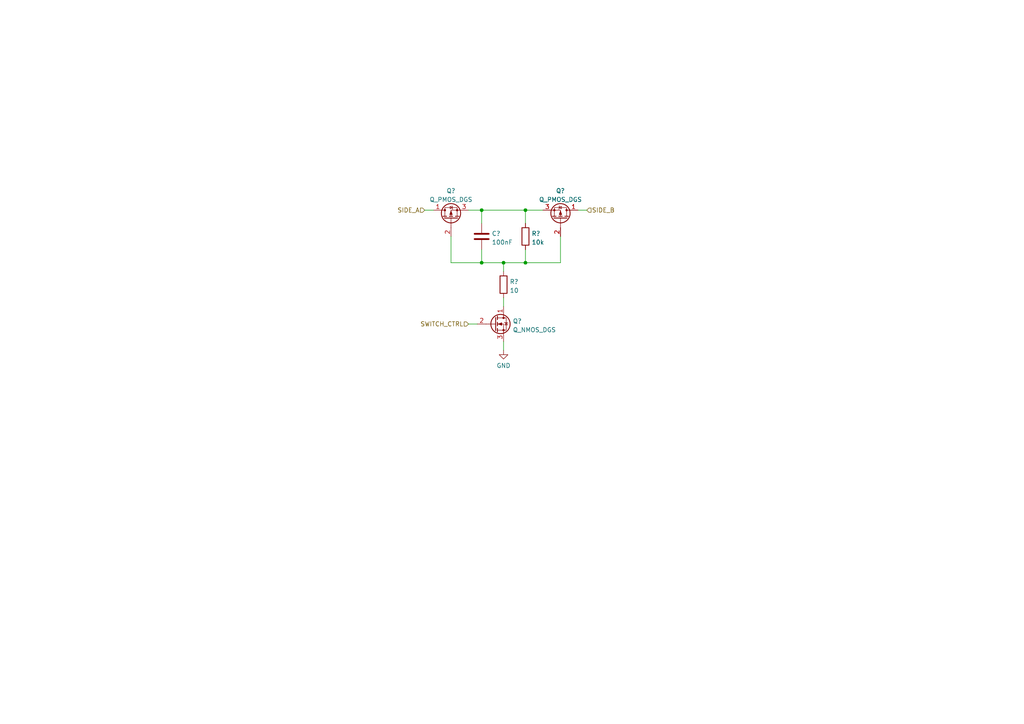
<source format=kicad_sch>
(kicad_sch (version 20211123) (generator eeschema)

  (uuid 2923d83c-3334-4b85-acfa-e9f2eb6f5eb5)

  (paper "A4")

  (lib_symbols
    (symbol "Device:C" (pin_numbers hide) (pin_names (offset 0.254)) (in_bom yes) (on_board yes)
      (property "Reference" "C" (id 0) (at 0.635 2.54 0)
        (effects (font (size 1.27 1.27)) (justify left))
      )
      (property "Value" "C" (id 1) (at 0.635 -2.54 0)
        (effects (font (size 1.27 1.27)) (justify left))
      )
      (property "Footprint" "" (id 2) (at 0.9652 -3.81 0)
        (effects (font (size 1.27 1.27)) hide)
      )
      (property "Datasheet" "~" (id 3) (at 0 0 0)
        (effects (font (size 1.27 1.27)) hide)
      )
      (property "ki_keywords" "cap capacitor" (id 4) (at 0 0 0)
        (effects (font (size 1.27 1.27)) hide)
      )
      (property "ki_description" "Unpolarized capacitor" (id 5) (at 0 0 0)
        (effects (font (size 1.27 1.27)) hide)
      )
      (property "ki_fp_filters" "C_*" (id 6) (at 0 0 0)
        (effects (font (size 1.27 1.27)) hide)
      )
      (symbol "C_0_1"
        (polyline
          (pts
            (xy -2.032 -0.762)
            (xy 2.032 -0.762)
          )
          (stroke (width 0.508) (type default) (color 0 0 0 0))
          (fill (type none))
        )
        (polyline
          (pts
            (xy -2.032 0.762)
            (xy 2.032 0.762)
          )
          (stroke (width 0.508) (type default) (color 0 0 0 0))
          (fill (type none))
        )
      )
      (symbol "C_1_1"
        (pin passive line (at 0 3.81 270) (length 2.794)
          (name "~" (effects (font (size 1.27 1.27))))
          (number "1" (effects (font (size 1.27 1.27))))
        )
        (pin passive line (at 0 -3.81 90) (length 2.794)
          (name "~" (effects (font (size 1.27 1.27))))
          (number "2" (effects (font (size 1.27 1.27))))
        )
      )
    )
    (symbol "Device:Q_NMOS_DGS" (pin_names (offset 0) hide) (in_bom yes) (on_board yes)
      (property "Reference" "Q" (id 0) (at 5.08 1.27 0)
        (effects (font (size 1.27 1.27)) (justify left))
      )
      (property "Value" "Q_NMOS_DGS" (id 1) (at 5.08 -1.27 0)
        (effects (font (size 1.27 1.27)) (justify left))
      )
      (property "Footprint" "" (id 2) (at 5.08 2.54 0)
        (effects (font (size 1.27 1.27)) hide)
      )
      (property "Datasheet" "~" (id 3) (at 0 0 0)
        (effects (font (size 1.27 1.27)) hide)
      )
      (property "ki_keywords" "transistor NMOS N-MOS N-MOSFET" (id 4) (at 0 0 0)
        (effects (font (size 1.27 1.27)) hide)
      )
      (property "ki_description" "N-MOSFET transistor, drain/gate/source" (id 5) (at 0 0 0)
        (effects (font (size 1.27 1.27)) hide)
      )
      (symbol "Q_NMOS_DGS_0_1"
        (polyline
          (pts
            (xy 0.254 0)
            (xy -2.54 0)
          )
          (stroke (width 0) (type default) (color 0 0 0 0))
          (fill (type none))
        )
        (polyline
          (pts
            (xy 0.254 1.905)
            (xy 0.254 -1.905)
          )
          (stroke (width 0.254) (type default) (color 0 0 0 0))
          (fill (type none))
        )
        (polyline
          (pts
            (xy 0.762 -1.27)
            (xy 0.762 -2.286)
          )
          (stroke (width 0.254) (type default) (color 0 0 0 0))
          (fill (type none))
        )
        (polyline
          (pts
            (xy 0.762 0.508)
            (xy 0.762 -0.508)
          )
          (stroke (width 0.254) (type default) (color 0 0 0 0))
          (fill (type none))
        )
        (polyline
          (pts
            (xy 0.762 2.286)
            (xy 0.762 1.27)
          )
          (stroke (width 0.254) (type default) (color 0 0 0 0))
          (fill (type none))
        )
        (polyline
          (pts
            (xy 2.54 2.54)
            (xy 2.54 1.778)
          )
          (stroke (width 0) (type default) (color 0 0 0 0))
          (fill (type none))
        )
        (polyline
          (pts
            (xy 2.54 -2.54)
            (xy 2.54 0)
            (xy 0.762 0)
          )
          (stroke (width 0) (type default) (color 0 0 0 0))
          (fill (type none))
        )
        (polyline
          (pts
            (xy 0.762 -1.778)
            (xy 3.302 -1.778)
            (xy 3.302 1.778)
            (xy 0.762 1.778)
          )
          (stroke (width 0) (type default) (color 0 0 0 0))
          (fill (type none))
        )
        (polyline
          (pts
            (xy 1.016 0)
            (xy 2.032 0.381)
            (xy 2.032 -0.381)
            (xy 1.016 0)
          )
          (stroke (width 0) (type default) (color 0 0 0 0))
          (fill (type outline))
        )
        (polyline
          (pts
            (xy 2.794 0.508)
            (xy 2.921 0.381)
            (xy 3.683 0.381)
            (xy 3.81 0.254)
          )
          (stroke (width 0) (type default) (color 0 0 0 0))
          (fill (type none))
        )
        (polyline
          (pts
            (xy 3.302 0.381)
            (xy 2.921 -0.254)
            (xy 3.683 -0.254)
            (xy 3.302 0.381)
          )
          (stroke (width 0) (type default) (color 0 0 0 0))
          (fill (type none))
        )
        (circle (center 1.651 0) (radius 2.794)
          (stroke (width 0.254) (type default) (color 0 0 0 0))
          (fill (type none))
        )
        (circle (center 2.54 -1.778) (radius 0.254)
          (stroke (width 0) (type default) (color 0 0 0 0))
          (fill (type outline))
        )
        (circle (center 2.54 1.778) (radius 0.254)
          (stroke (width 0) (type default) (color 0 0 0 0))
          (fill (type outline))
        )
      )
      (symbol "Q_NMOS_DGS_1_1"
        (pin passive line (at 2.54 5.08 270) (length 2.54)
          (name "D" (effects (font (size 1.27 1.27))))
          (number "1" (effects (font (size 1.27 1.27))))
        )
        (pin input line (at -5.08 0 0) (length 2.54)
          (name "G" (effects (font (size 1.27 1.27))))
          (number "2" (effects (font (size 1.27 1.27))))
        )
        (pin passive line (at 2.54 -5.08 90) (length 2.54)
          (name "S" (effects (font (size 1.27 1.27))))
          (number "3" (effects (font (size 1.27 1.27))))
        )
      )
    )
    (symbol "Device:Q_PMOS_DGS" (pin_names (offset 0) hide) (in_bom yes) (on_board yes)
      (property "Reference" "Q" (id 0) (at 5.08 1.27 0)
        (effects (font (size 1.27 1.27)) (justify left))
      )
      (property "Value" "Q_PMOS_DGS" (id 1) (at 5.08 -1.27 0)
        (effects (font (size 1.27 1.27)) (justify left))
      )
      (property "Footprint" "" (id 2) (at 5.08 2.54 0)
        (effects (font (size 1.27 1.27)) hide)
      )
      (property "Datasheet" "~" (id 3) (at 0 0 0)
        (effects (font (size 1.27 1.27)) hide)
      )
      (property "ki_keywords" "transistor PMOS P-MOS P-MOSFET" (id 4) (at 0 0 0)
        (effects (font (size 1.27 1.27)) hide)
      )
      (property "ki_description" "P-MOSFET transistor, drain/gate/source" (id 5) (at 0 0 0)
        (effects (font (size 1.27 1.27)) hide)
      )
      (symbol "Q_PMOS_DGS_0_1"
        (polyline
          (pts
            (xy 0.254 0)
            (xy -2.54 0)
          )
          (stroke (width 0) (type default) (color 0 0 0 0))
          (fill (type none))
        )
        (polyline
          (pts
            (xy 0.254 1.905)
            (xy 0.254 -1.905)
          )
          (stroke (width 0.254) (type default) (color 0 0 0 0))
          (fill (type none))
        )
        (polyline
          (pts
            (xy 0.762 -1.27)
            (xy 0.762 -2.286)
          )
          (stroke (width 0.254) (type default) (color 0 0 0 0))
          (fill (type none))
        )
        (polyline
          (pts
            (xy 0.762 0.508)
            (xy 0.762 -0.508)
          )
          (stroke (width 0.254) (type default) (color 0 0 0 0))
          (fill (type none))
        )
        (polyline
          (pts
            (xy 0.762 2.286)
            (xy 0.762 1.27)
          )
          (stroke (width 0.254) (type default) (color 0 0 0 0))
          (fill (type none))
        )
        (polyline
          (pts
            (xy 2.54 2.54)
            (xy 2.54 1.778)
          )
          (stroke (width 0) (type default) (color 0 0 0 0))
          (fill (type none))
        )
        (polyline
          (pts
            (xy 2.54 -2.54)
            (xy 2.54 0)
            (xy 0.762 0)
          )
          (stroke (width 0) (type default) (color 0 0 0 0))
          (fill (type none))
        )
        (polyline
          (pts
            (xy 0.762 1.778)
            (xy 3.302 1.778)
            (xy 3.302 -1.778)
            (xy 0.762 -1.778)
          )
          (stroke (width 0) (type default) (color 0 0 0 0))
          (fill (type none))
        )
        (polyline
          (pts
            (xy 2.286 0)
            (xy 1.27 0.381)
            (xy 1.27 -0.381)
            (xy 2.286 0)
          )
          (stroke (width 0) (type default) (color 0 0 0 0))
          (fill (type outline))
        )
        (polyline
          (pts
            (xy 2.794 -0.508)
            (xy 2.921 -0.381)
            (xy 3.683 -0.381)
            (xy 3.81 -0.254)
          )
          (stroke (width 0) (type default) (color 0 0 0 0))
          (fill (type none))
        )
        (polyline
          (pts
            (xy 3.302 -0.381)
            (xy 2.921 0.254)
            (xy 3.683 0.254)
            (xy 3.302 -0.381)
          )
          (stroke (width 0) (type default) (color 0 0 0 0))
          (fill (type none))
        )
        (circle (center 1.651 0) (radius 2.794)
          (stroke (width 0.254) (type default) (color 0 0 0 0))
          (fill (type none))
        )
        (circle (center 2.54 -1.778) (radius 0.254)
          (stroke (width 0) (type default) (color 0 0 0 0))
          (fill (type outline))
        )
        (circle (center 2.54 1.778) (radius 0.254)
          (stroke (width 0) (type default) (color 0 0 0 0))
          (fill (type outline))
        )
      )
      (symbol "Q_PMOS_DGS_1_1"
        (pin passive line (at 2.54 5.08 270) (length 2.54)
          (name "D" (effects (font (size 1.27 1.27))))
          (number "1" (effects (font (size 1.27 1.27))))
        )
        (pin input line (at -5.08 0 0) (length 2.54)
          (name "G" (effects (font (size 1.27 1.27))))
          (number "2" (effects (font (size 1.27 1.27))))
        )
        (pin passive line (at 2.54 -5.08 90) (length 2.54)
          (name "S" (effects (font (size 1.27 1.27))))
          (number "3" (effects (font (size 1.27 1.27))))
        )
      )
    )
    (symbol "Device:R" (pin_numbers hide) (pin_names (offset 0)) (in_bom yes) (on_board yes)
      (property "Reference" "R" (id 0) (at 2.032 0 90)
        (effects (font (size 1.27 1.27)))
      )
      (property "Value" "R" (id 1) (at 0 0 90)
        (effects (font (size 1.27 1.27)))
      )
      (property "Footprint" "" (id 2) (at -1.778 0 90)
        (effects (font (size 1.27 1.27)) hide)
      )
      (property "Datasheet" "~" (id 3) (at 0 0 0)
        (effects (font (size 1.27 1.27)) hide)
      )
      (property "ki_keywords" "R res resistor" (id 4) (at 0 0 0)
        (effects (font (size 1.27 1.27)) hide)
      )
      (property "ki_description" "Resistor" (id 5) (at 0 0 0)
        (effects (font (size 1.27 1.27)) hide)
      )
      (property "ki_fp_filters" "R_*" (id 6) (at 0 0 0)
        (effects (font (size 1.27 1.27)) hide)
      )
      (symbol "R_0_1"
        (rectangle (start -1.016 -2.54) (end 1.016 2.54)
          (stroke (width 0.254) (type default) (color 0 0 0 0))
          (fill (type none))
        )
      )
      (symbol "R_1_1"
        (pin passive line (at 0 3.81 270) (length 1.27)
          (name "~" (effects (font (size 1.27 1.27))))
          (number "1" (effects (font (size 1.27 1.27))))
        )
        (pin passive line (at 0 -3.81 90) (length 1.27)
          (name "~" (effects (font (size 1.27 1.27))))
          (number "2" (effects (font (size 1.27 1.27))))
        )
      )
    )
    (symbol "power:GND" (power) (pin_names (offset 0)) (in_bom yes) (on_board yes)
      (property "Reference" "#PWR" (id 0) (at 0 -6.35 0)
        (effects (font (size 1.27 1.27)) hide)
      )
      (property "Value" "GND" (id 1) (at 0 -3.81 0)
        (effects (font (size 1.27 1.27)))
      )
      (property "Footprint" "" (id 2) (at 0 0 0)
        (effects (font (size 1.27 1.27)) hide)
      )
      (property "Datasheet" "" (id 3) (at 0 0 0)
        (effects (font (size 1.27 1.27)) hide)
      )
      (property "ki_keywords" "power-flag" (id 4) (at 0 0 0)
        (effects (font (size 1.27 1.27)) hide)
      )
      (property "ki_description" "Power symbol creates a global label with name \"GND\" , ground" (id 5) (at 0 0 0)
        (effects (font (size 1.27 1.27)) hide)
      )
      (symbol "GND_0_1"
        (polyline
          (pts
            (xy 0 0)
            (xy 0 -1.27)
            (xy 1.27 -1.27)
            (xy 0 -2.54)
            (xy -1.27 -1.27)
            (xy 0 -1.27)
          )
          (stroke (width 0) (type default) (color 0 0 0 0))
          (fill (type none))
        )
      )
      (symbol "GND_1_1"
        (pin power_in line (at 0 0 270) (length 0) hide
          (name "GND" (effects (font (size 1.27 1.27))))
          (number "1" (effects (font (size 1.27 1.27))))
        )
      )
    )
  )

  (junction (at 146.05 76.2) (diameter 0) (color 0 0 0 0)
    (uuid 1241874b-c465-4321-bdfa-c8d4ee84b2a0)
  )
  (junction (at 139.7 60.96) (diameter 0) (color 0 0 0 0)
    (uuid 169e3cbe-60cd-4bb4-ba50-905db7f4c05a)
  )
  (junction (at 139.7 76.2) (diameter 0) (color 0 0 0 0)
    (uuid 30cc1bc8-edfc-411b-a620-55f3e52d1442)
  )
  (junction (at 152.4 60.96) (diameter 0) (color 0 0 0 0)
    (uuid 850a69bf-4897-48b7-9b9a-bf8d97e8837f)
  )
  (junction (at 152.4 76.2) (diameter 0) (color 0 0 0 0)
    (uuid e84655df-1cd8-49d4-9707-f733d35bb7f2)
  )

  (wire (pts (xy 146.05 76.2) (xy 152.4 76.2))
    (stroke (width 0) (type default) (color 0 0 0 0))
    (uuid 2cdacc8a-6ef1-40e9-a2af-68b75171901f)
  )
  (wire (pts (xy 139.7 76.2) (xy 146.05 76.2))
    (stroke (width 0) (type default) (color 0 0 0 0))
    (uuid 3cb85038-2874-4403-ac0d-f86d5102f754)
  )
  (wire (pts (xy 139.7 60.96) (xy 152.4 60.96))
    (stroke (width 0) (type default) (color 0 0 0 0))
    (uuid 4401844c-d56a-4683-9c80-22e37ab1bfcc)
  )
  (wire (pts (xy 152.4 72.39) (xy 152.4 76.2))
    (stroke (width 0) (type default) (color 0 0 0 0))
    (uuid 45cff702-858f-4958-bbb7-801917e8fe4b)
  )
  (wire (pts (xy 152.4 60.96) (xy 152.4 64.77))
    (stroke (width 0) (type default) (color 0 0 0 0))
    (uuid 4b5c7ac3-16d7-4416-8e1b-c06ef9cd09b5)
  )
  (wire (pts (xy 139.7 72.39) (xy 139.7 76.2))
    (stroke (width 0) (type default) (color 0 0 0 0))
    (uuid 4dcf95d2-8f09-4bdb-8a06-5c371d680091)
  )
  (wire (pts (xy 139.7 60.96) (xy 139.7 64.77))
    (stroke (width 0) (type default) (color 0 0 0 0))
    (uuid 61d13cee-4f2e-474a-83cd-b170ceb0626e)
  )
  (wire (pts (xy 152.4 60.96) (xy 157.48 60.96))
    (stroke (width 0) (type default) (color 0 0 0 0))
    (uuid 64811abf-516c-4f50-8601-bf447456fb6b)
  )
  (wire (pts (xy 167.64 60.96) (xy 170.18 60.96))
    (stroke (width 0) (type default) (color 0 0 0 0))
    (uuid 9188613b-bcee-4567-86b3-54239564683f)
  )
  (wire (pts (xy 162.56 76.2) (xy 162.56 68.58))
    (stroke (width 0) (type default) (color 0 0 0 0))
    (uuid b4182176-94b4-4042-a047-ced8894735c1)
  )
  (wire (pts (xy 135.89 93.98) (xy 138.43 93.98))
    (stroke (width 0) (type default) (color 0 0 0 0))
    (uuid b8fb458b-9f85-41df-8069-824867e9aaf4)
  )
  (wire (pts (xy 146.05 76.2) (xy 146.05 78.74))
    (stroke (width 0) (type default) (color 0 0 0 0))
    (uuid bd8003e6-c91f-4f72-ab12-e3e09c5d62e1)
  )
  (wire (pts (xy 130.81 76.2) (xy 139.7 76.2))
    (stroke (width 0) (type default) (color 0 0 0 0))
    (uuid be72c358-d1dc-4ba1-9e65-85305850a94e)
  )
  (wire (pts (xy 135.89 60.96) (xy 139.7 60.96))
    (stroke (width 0) (type default) (color 0 0 0 0))
    (uuid c61d62ac-d3de-400f-ad05-740a0d1b1106)
  )
  (wire (pts (xy 123.19 60.96) (xy 125.73 60.96))
    (stroke (width 0) (type default) (color 0 0 0 0))
    (uuid ca2b7634-44fe-4293-9136-fe0880fc6dd4)
  )
  (wire (pts (xy 146.05 86.36) (xy 146.05 88.9))
    (stroke (width 0) (type default) (color 0 0 0 0))
    (uuid da68f147-9db1-4d65-b2ec-d81f3cc2e90c)
  )
  (wire (pts (xy 146.05 99.06) (xy 146.05 101.6))
    (stroke (width 0) (type default) (color 0 0 0 0))
    (uuid eda1404a-25f3-42d4-b3de-9cb5b2a0a6f3)
  )
  (wire (pts (xy 130.81 68.58) (xy 130.81 76.2))
    (stroke (width 0) (type default) (color 0 0 0 0))
    (uuid f23846e4-2eec-4ea1-b180-1e6aeaf1a3f8)
  )
  (wire (pts (xy 152.4 76.2) (xy 162.56 76.2))
    (stroke (width 0) (type default) (color 0 0 0 0))
    (uuid f2400802-90eb-4862-867f-6d34263b84b8)
  )

  (hierarchical_label "SIDE_B" (shape input) (at 170.18 60.96 0)
    (effects (font (size 1.27 1.27)) (justify left))
    (uuid 40e096ce-9d6e-482d-b8c4-3ca126a99030)
  )
  (hierarchical_label "SIDE_A" (shape input) (at 123.19 60.96 180)
    (effects (font (size 1.27 1.27)) (justify right))
    (uuid c24e0aa9-d6d7-4c7e-adfb-667fe7a9075d)
  )
  (hierarchical_label "SWITCH_CTRL" (shape input) (at 135.89 93.98 180)
    (effects (font (size 1.27 1.27)) (justify right))
    (uuid dd5435e5-438e-4215-a523-52fd36361525)
  )

  (symbol (lib_id "power:GND") (at 146.05 101.6 0) (unit 1)
    (in_bom yes) (on_board yes) (fields_autoplaced)
    (uuid 4fc5d252-6a30-4191-806e-08bb920b49e9)
    (property "Reference" "#PWR?" (id 0) (at 146.05 107.95 0)
      (effects (font (size 1.27 1.27)) hide)
    )
    (property "Value" "GND" (id 1) (at 146.05 106.0434 0))
    (property "Footprint" "" (id 2) (at 146.05 101.6 0)
      (effects (font (size 1.27 1.27)) hide)
    )
    (property "Datasheet" "" (id 3) (at 146.05 101.6 0)
      (effects (font (size 1.27 1.27)) hide)
    )
    (pin "1" (uuid 4ac34b20-56b8-4ff6-8cb3-404d01e2c48a))
  )

  (symbol (lib_id "Device:Q_PMOS_DGS") (at 130.81 63.5 90) (unit 1)
    (in_bom yes) (on_board yes) (fields_autoplaced)
    (uuid 8470e88a-4561-440d-a9ed-06e09e74cee0)
    (property "Reference" "Q?" (id 0) (at 130.81 55.3552 90))
    (property "Value" "Q_PMOS_DGS" (id 1) (at 130.81 57.8921 90))
    (property "Footprint" "" (id 2) (at 128.27 58.42 0)
      (effects (font (size 1.27 1.27)) hide)
    )
    (property "Datasheet" "~" (id 3) (at 130.81 63.5 0)
      (effects (font (size 1.27 1.27)) hide)
    )
    (pin "1" (uuid b71ddef6-c4f1-4638-88a2-70b8198ce713))
    (pin "2" (uuid 6c1254ea-bcca-4e9f-8154-57ba0c018bda))
    (pin "3" (uuid 228e687f-46bf-4c71-b216-27a36bf502b3))
  )

  (symbol (lib_id "Device:R") (at 152.4 68.58 0) (unit 1)
    (in_bom yes) (on_board yes) (fields_autoplaced)
    (uuid 8a80f9a6-35b6-4540-86c7-f39b39959daa)
    (property "Reference" "R?" (id 0) (at 154.178 67.7453 0)
      (effects (font (size 1.27 1.27)) (justify left))
    )
    (property "Value" "10k" (id 1) (at 154.178 70.2822 0)
      (effects (font (size 1.27 1.27)) (justify left))
    )
    (property "Footprint" "" (id 2) (at 150.622 68.58 90)
      (effects (font (size 1.27 1.27)) hide)
    )
    (property "Datasheet" "~" (id 3) (at 152.4 68.58 0)
      (effects (font (size 1.27 1.27)) hide)
    )
    (pin "1" (uuid 3954301a-53c0-4509-a36a-1f3f611bbf6a))
    (pin "2" (uuid 0a0dfa65-606a-484f-b34f-8ccf8ace6459))
  )

  (symbol (lib_id "Device:Q_PMOS_DGS") (at 162.56 63.5 270) (mirror x) (unit 1)
    (in_bom yes) (on_board yes) (fields_autoplaced)
    (uuid 91eb9ba5-74ad-4ad5-b139-23d963b97aa2)
    (property "Reference" "Q?" (id 0) (at 162.56 55.3552 90))
    (property "Value" "Q_PMOS_DGS" (id 1) (at 162.56 57.8921 90))
    (property "Footprint" "" (id 2) (at 165.1 58.42 0)
      (effects (font (size 1.27 1.27)) hide)
    )
    (property "Datasheet" "~" (id 3) (at 162.56 63.5 0)
      (effects (font (size 1.27 1.27)) hide)
    )
    (pin "1" (uuid 2fe59ba4-8573-4390-bd74-2727dc8075b1))
    (pin "2" (uuid 305a9b1d-826b-4142-ac53-265056c843d8))
    (pin "3" (uuid 7560ca55-8592-4f13-96cb-00ba8617a346))
  )

  (symbol (lib_id "Device:C") (at 139.7 68.58 0) (unit 1)
    (in_bom yes) (on_board yes)
    (uuid 9e4fb448-6006-469d-b6fe-9e739a8f0701)
    (property "Reference" "C?" (id 0) (at 142.621 67.7453 0)
      (effects (font (size 1.27 1.27)) (justify left))
    )
    (property "Value" "100nF" (id 1) (at 142.621 70.2822 0)
      (effects (font (size 1.27 1.27)) (justify left))
    )
    (property "Footprint" "" (id 2) (at 140.6652 72.39 0)
      (effects (font (size 1.27 1.27)) hide)
    )
    (property "Datasheet" "~" (id 3) (at 139.7 68.58 0)
      (effects (font (size 1.27 1.27)) hide)
    )
    (pin "1" (uuid b263682f-9c95-49bf-8c4b-ae4a459d7944))
    (pin "2" (uuid 535aa6a0-6118-476a-aad7-7b104a0cfc98))
  )

  (symbol (lib_id "Device:Q_NMOS_DGS") (at 143.51 93.98 0) (unit 1)
    (in_bom yes) (on_board yes) (fields_autoplaced)
    (uuid a0f890c5-ed4d-443c-983c-599ef132422c)
    (property "Reference" "Q?" (id 0) (at 148.717 93.1453 0)
      (effects (font (size 1.27 1.27)) (justify left))
    )
    (property "Value" "Q_NMOS_DGS" (id 1) (at 148.717 95.6822 0)
      (effects (font (size 1.27 1.27)) (justify left))
    )
    (property "Footprint" "" (id 2) (at 148.59 91.44 0)
      (effects (font (size 1.27 1.27)) hide)
    )
    (property "Datasheet" "~" (id 3) (at 143.51 93.98 0)
      (effects (font (size 1.27 1.27)) hide)
    )
    (pin "1" (uuid de37a591-a3ea-4a91-8c5c-ceac7f89eb66))
    (pin "2" (uuid 0d723a18-8ec1-476d-a9f4-b5ff84b08996))
    (pin "3" (uuid f89876df-4c13-4c34-abeb-8043dd893b0b))
  )

  (symbol (lib_id "Device:R") (at 146.05 82.55 0) (unit 1)
    (in_bom yes) (on_board yes) (fields_autoplaced)
    (uuid f2a33390-9fc2-43cd-9608-f4554c6c6533)
    (property "Reference" "R?" (id 0) (at 147.828 81.7153 0)
      (effects (font (size 1.27 1.27)) (justify left))
    )
    (property "Value" "10" (id 1) (at 147.828 84.2522 0)
      (effects (font (size 1.27 1.27)) (justify left))
    )
    (property "Footprint" "" (id 2) (at 144.272 82.55 90)
      (effects (font (size 1.27 1.27)) hide)
    )
    (property "Datasheet" "~" (id 3) (at 146.05 82.55 0)
      (effects (font (size 1.27 1.27)) hide)
    )
    (pin "1" (uuid 94cef7bd-ca5e-461b-a0fe-c6e185df2388))
    (pin "2" (uuid 73611170-5092-4c04-a0ff-0cae61e9e483))
  )
)

</source>
